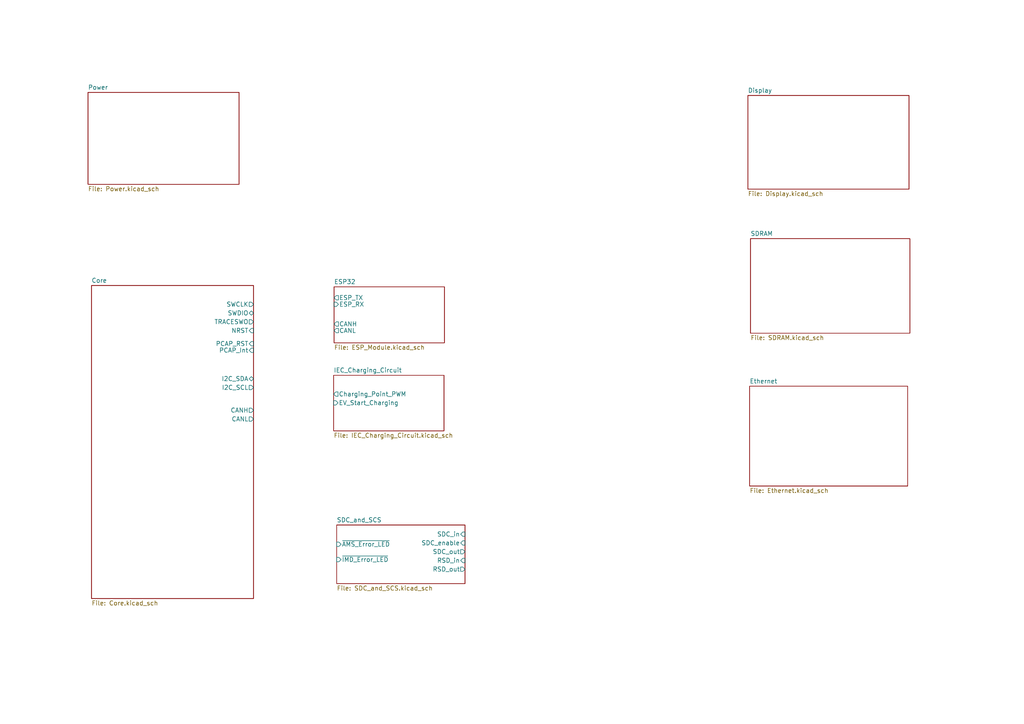
<source format=kicad_sch>
(kicad_sch
	(version 20231120)
	(generator "eeschema")
	(generator_version "8.0")
	(uuid "0dca9b66-f638-4727-874b-1b91b6921c17")
	(paper "A4")
	(lib_symbols)
	(text "TODO:\n1. Vref Spannung\n2. Vcap?\n3. Ferrite bead dimensionierung\n4. REFCLK0 pull-up?\n5. 5.6.3 ~{RST}\n6. series termination calculation\n7. Riverdi compatibility\n\n"
		(exclude_from_sim no)
		(at 31.115 221.615 0)
		(effects
			(font
				(size 1.27 1.27)
			)
			(justify left)
		)
		(uuid "b77f9553-b64d-4a04-bcaa-eb156863248b")
	)
	(sheet
		(at 217.678 69.215)
		(size 46.228 27.432)
		(fields_autoplaced yes)
		(stroke
			(width 0.1524)
			(type solid)
		)
		(fill
			(color 0 0 0 0.0000)
		)
		(uuid "128393d2-6dd9-44f0-979c-682ff9f03572")
		(property "Sheetname" "SDRAM"
			(at 217.678 68.5034 0)
			(effects
				(font
					(size 1.27 1.27)
				)
				(justify left bottom)
			)
		)
		(property "Sheetfile" "SDRAM.kicad_sch"
			(at 217.678 97.2316 0)
			(effects
				(font
					(size 1.27 1.27)
				)
				(justify left top)
			)
		)
		(instances
			(project "FT25-Charger"
				(path "/0dca9b66-f638-4727-874b-1b91b6921c17"
					(page "9")
				)
			)
		)
	)
	(sheet
		(at 216.916 27.686)
		(size 46.736 27.178)
		(fields_autoplaced yes)
		(stroke
			(width 0.1524)
			(type solid)
		)
		(fill
			(color 0 0 0 0.0000)
		)
		(uuid "34256820-5635-4c85-a70b-596b3ee01bd0")
		(property "Sheetname" "Display"
			(at 216.916 26.9744 0)
			(effects
				(font
					(size 1.27 1.27)
				)
				(justify left bottom)
			)
		)
		(property "Sheetfile" "Display.kicad_sch"
			(at 216.916 55.4486 0)
			(effects
				(font
					(size 1.27 1.27)
				)
				(justify left top)
			)
		)
		(property "Field2" ""
			(at 216.916 27.686 0)
			(effects
				(font
					(size 1.27 1.27)
				)
				(hide yes)
			)
		)
		(instances
			(project "FT25-Charger"
				(path "/0dca9b66-f638-4727-874b-1b91b6921c17"
					(page "9")
				)
			)
		)
	)
	(sheet
		(at 26.543 82.804)
		(size 46.99 90.805)
		(fields_autoplaced yes)
		(stroke
			(width 0.1524)
			(type solid)
		)
		(fill
			(color 0 0 0 0.0000)
		)
		(uuid "486f4a0e-b8d5-42cd-a726-c7aa5b0383fd")
		(property "Sheetname" "Core"
			(at 26.543 82.0924 0)
			(effects
				(font
					(size 1.27 1.27)
				)
				(justify left bottom)
			)
		)
		(property "Sheetfile" "Core.kicad_sch"
			(at 26.543 174.1936 0)
			(effects
				(font
					(size 1.27 1.27)
				)
				(justify left top)
			)
		)
		(pin "SWCLK" output
			(at 73.533 88.265 0)
			(effects
				(font
					(size 1.27 1.27)
				)
				(justify right)
			)
			(uuid "d016d792-b866-4740-a4c6-684d3ba106ae")
		)
		(pin "SWDIO" bidirectional
			(at 73.533 90.805 0)
			(effects
				(font
					(size 1.27 1.27)
				)
				(justify right)
			)
			(uuid "bc166474-778f-4d1a-84a4-23412deaad8c")
		)
		(pin "TRACESWO" output
			(at 73.533 93.345 0)
			(effects
				(font
					(size 1.27 1.27)
				)
				(justify right)
			)
			(uuid "69718654-e0f6-479b-a589-eb2845905179")
		)
		(pin "NRST" input
			(at 73.533 95.885 0)
			(effects
				(font
					(size 1.27 1.27)
				)
				(justify right)
			)
			(uuid "e763e590-56d2-4853-aefe-be27c5931d88")
		)
		(pin "PCAP_RST" input
			(at 73.533 99.695 0)
			(effects
				(font
					(size 1.27 1.27)
				)
				(justify right)
			)
			(uuid "e3e18945-5024-4afa-9e6f-aa2e6a66cfd9")
		)
		(pin "PCAP_Int" input
			(at 73.533 101.6 0)
			(effects
				(font
					(size 1.27 1.27)
				)
				(justify right)
			)
			(uuid "4fa40e5f-480b-449b-b67c-c814866b6a63")
		)
		(pin "I2C_SDA" bidirectional
			(at 73.533 109.855 0)
			(effects
				(font
					(size 1.27 1.27)
				)
				(justify right)
			)
			(uuid "e72dd15b-1a85-403b-9f2d-6b78169f02bd")
		)
		(pin "I2C_SCL" output
			(at 73.533 112.395 0)
			(effects
				(font
					(size 1.27 1.27)
				)
				(justify right)
			)
			(uuid "84acc8e6-a619-4eb6-b8d4-92d3e65485a6")
		)
		(pin "CANH" output
			(at 73.533 118.999 0)
			(effects
				(font
					(size 1.27 1.27)
				)
				(justify right)
			)
			(uuid "ba745a4d-2cfb-45af-9f1b-6faa6f0aa196")
		)
		(pin "CANL" output
			(at 73.533 121.539 0)
			(effects
				(font
					(size 1.27 1.27)
				)
				(justify right)
			)
			(uuid "4e93f07a-4621-403e-b26f-1cdd4043fdb1")
		)
		(instances
			(project "FT25-Charger"
				(path "/0dca9b66-f638-4727-874b-1b91b6921c17"
					(page "4")
				)
			)
		)
	)
	(sheet
		(at 217.424 112.014)
		(size 45.847 28.956)
		(fields_autoplaced yes)
		(stroke
			(width 0.1524)
			(type solid)
		)
		(fill
			(color 0 0 0 0.0000)
		)
		(uuid "5469580a-3180-4bfd-8660-e5a4628a92d9")
		(property "Sheetname" "Ethernet"
			(at 217.424 111.3024 0)
			(effects
				(font
					(size 1.27 1.27)
				)
				(justify left bottom)
			)
		)
		(property "Sheetfile" "Ethernet.kicad_sch"
			(at 217.424 141.5546 0)
			(effects
				(font
					(size 1.27 1.27)
				)
				(justify left top)
			)
		)
		(instances
			(project "FT25-Charger"
				(path "/0dca9b66-f638-4727-874b-1b91b6921c17"
					(page "4")
				)
			)
		)
	)
	(sheet
		(at 97.663 152.273)
		(size 37.211 17.018)
		(fields_autoplaced yes)
		(stroke
			(width 0.1524)
			(type solid)
		)
		(fill
			(color 0 0 0 0.0000)
		)
		(uuid "75c94037-2217-4879-97cf-1bc2976ef0dc")
		(property "Sheetname" "SDC_and_SCS"
			(at 97.663 151.5614 0)
			(effects
				(font
					(size 1.27 1.27)
				)
				(justify left bottom)
			)
		)
		(property "Sheetfile" "SDC_and_SCS.kicad_sch"
			(at 97.663 169.8756 0)
			(effects
				(font
					(size 1.27 1.27)
				)
				(justify left top)
			)
		)
		(property "Field2" ""
			(at 97.663 152.273 0)
			(effects
				(font
					(size 1.27 1.27)
				)
				(hide yes)
			)
		)
		(pin "SDC_in" input
			(at 134.874 154.94 0)
			(effects
				(font
					(size 1.27 1.27)
				)
				(justify right)
			)
			(uuid "04ebd55d-95c6-40a7-bd7e-7fdb889bd6b9")
		)
		(pin "SDC_enable" input
			(at 134.874 157.48 0)
			(effects
				(font
					(size 1.27 1.27)
				)
				(justify right)
			)
			(uuid "9b56bde4-dd6a-456b-9aab-d018fbc19af3")
		)
		(pin "SDC_out" output
			(at 134.874 160.02 0)
			(effects
				(font
					(size 1.27 1.27)
				)
				(justify right)
			)
			(uuid "182b54b5-1a18-485c-b783-1888c5c5a4bf")
		)
		(pin "RSD_in" input
			(at 134.874 162.56 0)
			(effects
				(font
					(size 1.27 1.27)
				)
				(justify right)
			)
			(uuid "5eaca506-60a5-43b2-9593-f944664f2aa8")
		)
		(pin "RSD_out" output
			(at 134.874 165.1 0)
			(effects
				(font
					(size 1.27 1.27)
				)
				(justify right)
			)
			(uuid "f33e1850-bf63-4f33-ad08-c7af751775ea")
		)
		(pin "~{IMD_Error_LED}" input
			(at 97.663 162.306 180)
			(effects
				(font
					(size 1.27 1.27)
				)
				(justify left)
			)
			(uuid "efb58820-83bc-424b-95f3-2fb058914d3e")
		)
		(pin "~{AMS_Error_LED}" input
			(at 97.663 157.861 180)
			(effects
				(font
					(size 1.27 1.27)
				)
				(justify left)
			)
			(uuid "a159e626-fcc3-4e1f-909e-a5917b863ccb")
		)
		(instances
			(project "FT25-Charger"
				(path "/0dca9b66-f638-4727-874b-1b91b6921c17"
					(page "7")
				)
			)
		)
	)
	(sheet
		(at 96.774 108.839)
		(size 32.004 16.129)
		(fields_autoplaced yes)
		(stroke
			(width 0.1524)
			(type solid)
		)
		(fill
			(color 0 0 0 0.0000)
		)
		(uuid "821f8254-7e97-454c-9aee-86b4ab099a85")
		(property "Sheetname" "IEC_Charging_Circuit"
			(at 96.774 108.1274 0)
			(effects
				(font
					(size 1.27 1.27)
				)
				(justify left bottom)
			)
		)
		(property "Sheetfile" "IEC_Charging_Circuit.kicad_sch"
			(at 96.774 125.5526 0)
			(effects
				(font
					(size 1.27 1.27)
				)
				(justify left top)
			)
		)
		(property "Field2" ""
			(at 96.774 108.839 0)
			(effects
				(font
					(size 1.27 1.27)
				)
				(hide yes)
			)
		)
		(pin "Charging_Point_PWM" output
			(at 96.774 114.3 180)
			(effects
				(font
					(size 1.27 1.27)
				)
				(justify left)
			)
			(uuid "2af6d41f-5d0e-41ad-99d0-1e60204cd27a")
		)
		(pin "EV_Start_Charging" input
			(at 96.774 116.84 180)
			(effects
				(font
					(size 1.27 1.27)
				)
				(justify left)
			)
			(uuid "b48fa48c-d674-409b-9ecd-d2e98dbc2adb")
		)
		(instances
			(project "FT25-Charger"
				(path "/0dca9b66-f638-4727-874b-1b91b6921c17"
					(page "6")
				)
			)
		)
	)
	(sheet
		(at 25.527 26.797)
		(size 43.815 26.67)
		(fields_autoplaced yes)
		(stroke
			(width 0.1524)
			(type solid)
		)
		(fill
			(color 0 0 0 0.0000)
		)
		(uuid "91c9895f-7dce-429f-866f-2980d966c967")
		(property "Sheetname" "Power"
			(at 25.527 26.0854 0)
			(effects
				(font
					(size 1.27 1.27)
				)
				(justify left bottom)
			)
		)
		(property "Sheetfile" "Power.kicad_sch"
			(at 25.527 54.0516 0)
			(effects
				(font
					(size 1.27 1.27)
				)
				(justify left top)
			)
		)
		(instances
			(project "FT25-Charger"
				(path "/0dca9b66-f638-4727-874b-1b91b6921c17"
					(page "3")
				)
			)
		)
	)
	(sheet
		(at 96.901 83.185)
		(size 32.004 16.256)
		(fields_autoplaced yes)
		(stroke
			(width 0.1524)
			(type solid)
		)
		(fill
			(color 0 0 0 0.0000)
		)
		(uuid "c4d631ad-6677-4138-8e7e-8c9c76fb1ebd")
		(property "Sheetname" "ESP32"
			(at 96.901 82.4734 0)
			(effects
				(font
					(size 1.27 1.27)
				)
				(justify left bottom)
			)
		)
		(property "Sheetfile" "ESP_Module.kicad_sch"
			(at 96.901 100.0256 0)
			(effects
				(font
					(size 1.27 1.27)
				)
				(justify left top)
			)
		)
		(pin "ESP_TX" output
			(at 96.901 86.36 180)
			(effects
				(font
					(size 1.27 1.27)
				)
				(justify left)
			)
			(uuid "7fbd5b97-3c57-4f35-a08b-fa0fd4301343")
		)
		(pin "ESP_RX" input
			(at 96.901 88.265 180)
			(effects
				(font
					(size 1.27 1.27)
				)
				(justify left)
			)
			(uuid "9800d61e-c74f-4c4b-a8da-dcc25c1504c4")
		)
		(pin "CANH" output
			(at 96.901 93.98 180)
			(effects
				(font
					(size 1.27 1.27)
				)
				(justify left)
			)
			(uuid "c17a5e96-74ab-4701-b728-fb8f375cb644")
		)
		(pin "CANL" output
			(at 96.901 95.885 180)
			(effects
				(font
					(size 1.27 1.27)
				)
				(justify left)
			)
			(uuid "2f54ea4a-87c0-47c9-b195-e0698b78fb4d")
		)
		(instances
			(project "FT25-Charger"
				(path "/0dca9b66-f638-4727-874b-1b91b6921c17"
					(page "5")
				)
			)
		)
	)
	(sheet_instances
		(path "/"
			(page "1")
		)
	)
)

</source>
